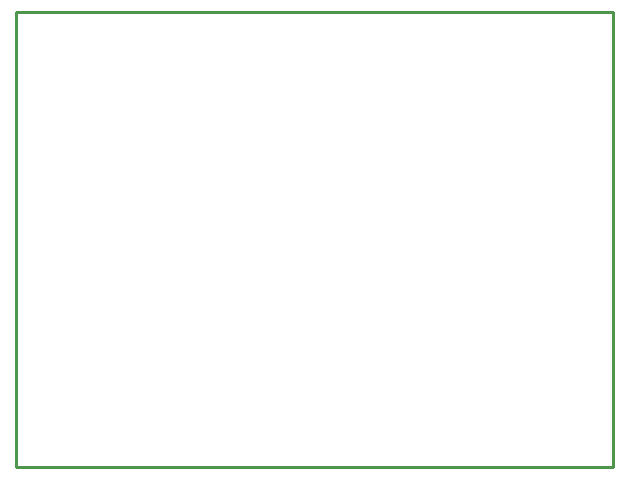
<source format=gm1>
G04*
G04 #@! TF.GenerationSoftware,Altium Limited,Altium Designer,21.7.1 (17)*
G04*
G04 Layer_Color=16711935*
%FSLAX24Y24*%
%MOIN*%
G70*
G04*
G04 #@! TF.SameCoordinates,156F93F5-282F-4AE9-AA7B-D440BB6AA61E*
G04*
G04*
G04 #@! TF.FilePolarity,Positive*
G04*
G01*
G75*
%ADD15C,0.0100*%
%ADD56C,0.0039*%
D15*
X0Y0D02*
Y15157D01*
X19882D01*
Y0D02*
Y15157D01*
X19750Y0D02*
X19882D01*
X19650D02*
X19750D01*
X0D02*
X19650D01*
D56*
X0Y1276D02*
Y5961D01*
M02*

</source>
